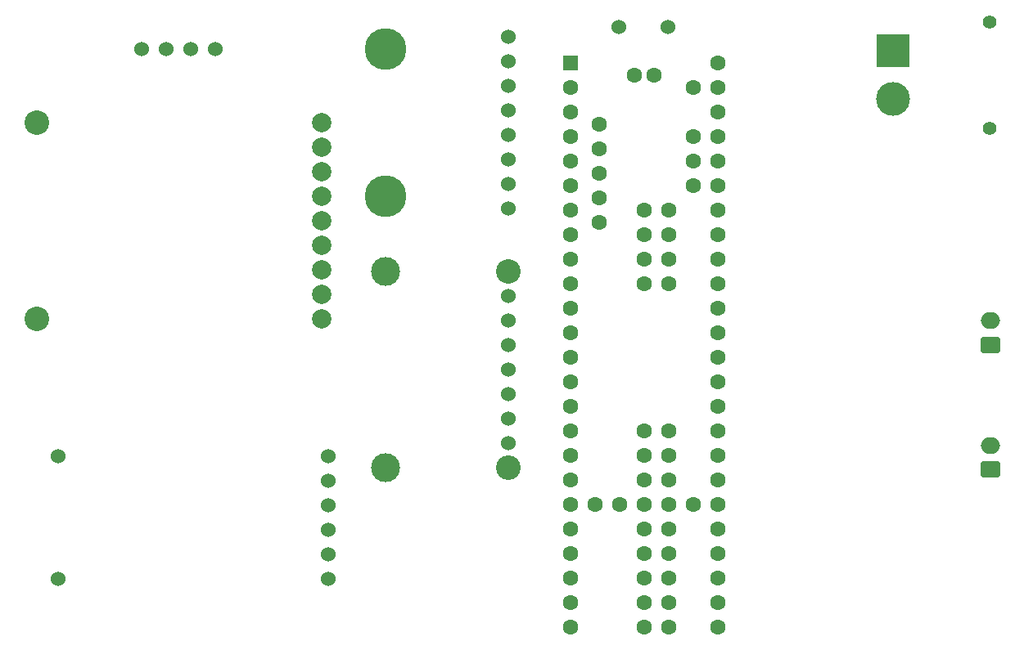
<source format=gbr>
%TF.GenerationSoftware,KiCad,Pcbnew,(6.0.5)*%
%TF.CreationDate,2023-01-08T16:18:02-05:00*%
%TF.ProjectId,GHOUL2,47484f55-4c32-42e6-9b69-6361645f7063,rev?*%
%TF.SameCoordinates,Original*%
%TF.FileFunction,Soldermask,Bot*%
%TF.FilePolarity,Negative*%
%FSLAX46Y46*%
G04 Gerber Fmt 4.6, Leading zero omitted, Abs format (unit mm)*
G04 Created by KiCad (PCBNEW (6.0.5)) date 2023-01-08 16:18:02*
%MOMM*%
%LPD*%
G01*
G04 APERTURE LIST*
G04 Aperture macros list*
%AMRoundRect*
0 Rectangle with rounded corners*
0 $1 Rounding radius*
0 $2 $3 $4 $5 $6 $7 $8 $9 X,Y pos of 4 corners*
0 Add a 4 corners polygon primitive as box body*
4,1,4,$2,$3,$4,$5,$6,$7,$8,$9,$2,$3,0*
0 Add four circle primitives for the rounded corners*
1,1,$1+$1,$2,$3*
1,1,$1+$1,$4,$5*
1,1,$1+$1,$6,$7*
1,1,$1+$1,$8,$9*
0 Add four rect primitives between the rounded corners*
20,1,$1+$1,$2,$3,$4,$5,0*
20,1,$1+$1,$4,$5,$6,$7,0*
20,1,$1+$1,$6,$7,$8,$9,0*
20,1,$1+$1,$8,$9,$2,$3,0*%
G04 Aperture macros list end*
%ADD10C,1.524000*%
%ADD11C,4.318000*%
%ADD12R,1.600000X1.600000*%
%ADD13C,1.600000*%
%ADD14C,2.540000*%
%ADD15C,2.550000*%
%ADD16C,3.000000*%
%ADD17RoundRect,0.250000X0.750000X-0.600000X0.750000X0.600000X-0.750000X0.600000X-0.750000X-0.600000X0*%
%ADD18O,2.000000X1.700000*%
%ADD19C,2.000000*%
%ADD20C,3.500000*%
%ADD21R,3.500000X3.500000*%
%ADD22C,1.400000*%
G04 APERTURE END LIST*
D10*
%TO.C,U10*%
X145955000Y-90075000D03*
X145955000Y-87535000D03*
X145955000Y-84995000D03*
X145955000Y-82455000D03*
X145955000Y-79915000D03*
X145955000Y-77375000D03*
X145955000Y-74835000D03*
X145955000Y-72295000D03*
D11*
X133255000Y-88805000D03*
X133255000Y-73565000D03*
%TD*%
D12*
%TO.C,U1*%
X152400000Y-74930000D03*
D13*
X152400000Y-77470000D03*
X152400000Y-80010000D03*
X152400000Y-82550000D03*
X152400000Y-85090000D03*
X152400000Y-87630000D03*
X152400000Y-90170000D03*
X152400000Y-92710000D03*
X152400000Y-95250000D03*
X152400000Y-97790000D03*
X152400000Y-100330000D03*
X152400000Y-102870000D03*
X152400000Y-105410000D03*
X152400000Y-107950000D03*
X152400000Y-110490000D03*
X152400000Y-113030000D03*
X152400000Y-115570000D03*
X152400000Y-118110000D03*
X152400000Y-120650000D03*
X152400000Y-123190000D03*
X152400000Y-125730000D03*
X152400000Y-128270000D03*
X152400000Y-130810000D03*
X152400000Y-133350000D03*
X154940000Y-120650000D03*
X157480000Y-120650000D03*
X160020000Y-120650000D03*
X162560000Y-120650000D03*
X165100000Y-120650000D03*
X167640000Y-133350000D03*
X167640000Y-130810000D03*
X167640000Y-128270000D03*
X167640000Y-125730000D03*
X167640000Y-123190000D03*
X167640000Y-120650000D03*
X167640000Y-118110000D03*
X167640000Y-115570000D03*
X167640000Y-113030000D03*
X167640000Y-110490000D03*
X167640000Y-107950000D03*
X167640000Y-105410000D03*
X167640000Y-102870000D03*
X167640000Y-100330000D03*
X167640000Y-97790000D03*
X167640000Y-95250000D03*
X167640000Y-92710000D03*
X167640000Y-90170000D03*
X167640000Y-87630000D03*
X167640000Y-85090000D03*
X167640000Y-82550000D03*
X167640000Y-80010000D03*
X167640000Y-77470000D03*
X167640000Y-74930000D03*
X165100000Y-77470000D03*
X165100000Y-82550000D03*
X165100000Y-85090000D03*
X165100000Y-87630000D03*
X155400000Y-81280000D03*
X155400000Y-83820000D03*
X155400000Y-86360000D03*
X155400000Y-88900000D03*
X155400000Y-91440000D03*
X160020000Y-90170000D03*
X160020000Y-92710000D03*
X160020000Y-95250000D03*
X160020000Y-97790000D03*
X160020000Y-113030000D03*
X160020000Y-115570000D03*
X160020000Y-118110000D03*
X160020000Y-123190000D03*
X160020000Y-125730000D03*
X160020000Y-128270000D03*
X160020000Y-130810000D03*
X160020000Y-133350000D03*
X162560000Y-133350000D03*
X162560000Y-130810000D03*
X162560000Y-128270000D03*
X162560000Y-125730000D03*
X162560000Y-123190000D03*
X162560000Y-118110000D03*
X162560000Y-115570000D03*
X162560000Y-113030000D03*
X162560000Y-97790000D03*
X162560000Y-95250000D03*
X162560000Y-92710000D03*
X162560000Y-90170000D03*
X161030000Y-76200000D03*
X159010000Y-76200000D03*
%TD*%
D14*
%TO.C,U3*%
X145955000Y-96520000D03*
D15*
X145955000Y-116840000D03*
D16*
X133255000Y-116840000D03*
X133255000Y-96520000D03*
D10*
X145955000Y-99060000D03*
X145955000Y-101600000D03*
X145955000Y-104140000D03*
X145955000Y-106680000D03*
X145955000Y-109220000D03*
X145955000Y-111760000D03*
X145955000Y-114300000D03*
%TD*%
%TO.C,C1*%
X162465000Y-71215000D03*
X157385000Y-71215000D03*
%TD*%
%TO.C,U4*%
X108045000Y-73565000D03*
X110585000Y-73565000D03*
X113125000Y-73565000D03*
X115665000Y-73565000D03*
%TD*%
D17*
%TO.C,U6*%
X195810000Y-104140000D03*
D18*
X195810000Y-101640000D03*
%TD*%
D10*
%TO.C,U8*%
X127310000Y-125825000D03*
X127310000Y-123285000D03*
X127310000Y-120745000D03*
X127310000Y-118205000D03*
X127310000Y-128365000D03*
X127310000Y-115665000D03*
X99370000Y-115665000D03*
X99370000Y-128365000D03*
%TD*%
D14*
%TO.C,U7*%
X97187000Y-81185000D03*
X97187000Y-101505000D03*
D19*
X126651000Y-81185000D03*
X126651000Y-83725000D03*
X126651000Y-86265000D03*
X126651000Y-88805000D03*
X126651000Y-91345000D03*
X126651000Y-93885000D03*
X126651000Y-96425000D03*
X126651000Y-98965000D03*
X126651000Y-101505000D03*
%TD*%
D18*
%TO.C,U9*%
X195810000Y-114575000D03*
D17*
X195810000Y-117075000D03*
%TD*%
D20*
%TO.C,J1*%
X185775000Y-78700000D03*
D21*
X185775000Y-73700000D03*
D22*
X195775000Y-81700000D03*
X195775000Y-70700000D03*
%TD*%
M02*

</source>
